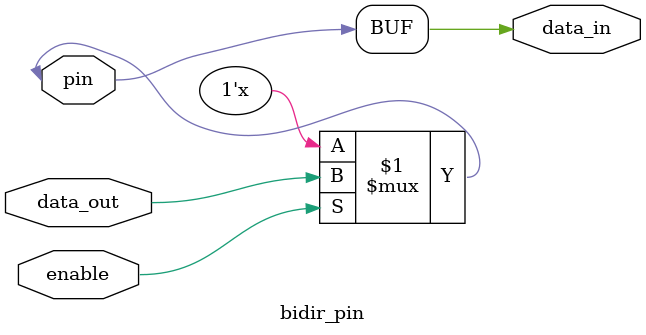
<source format=sv>
module bidir_pin(
    inout logic pin,
    input logic data_out,
    output logic data_in,
    input logic enable
);
    assign pin = enable ? data_out : 1'bz;
    assign data_in = pin;
endmodule


</source>
